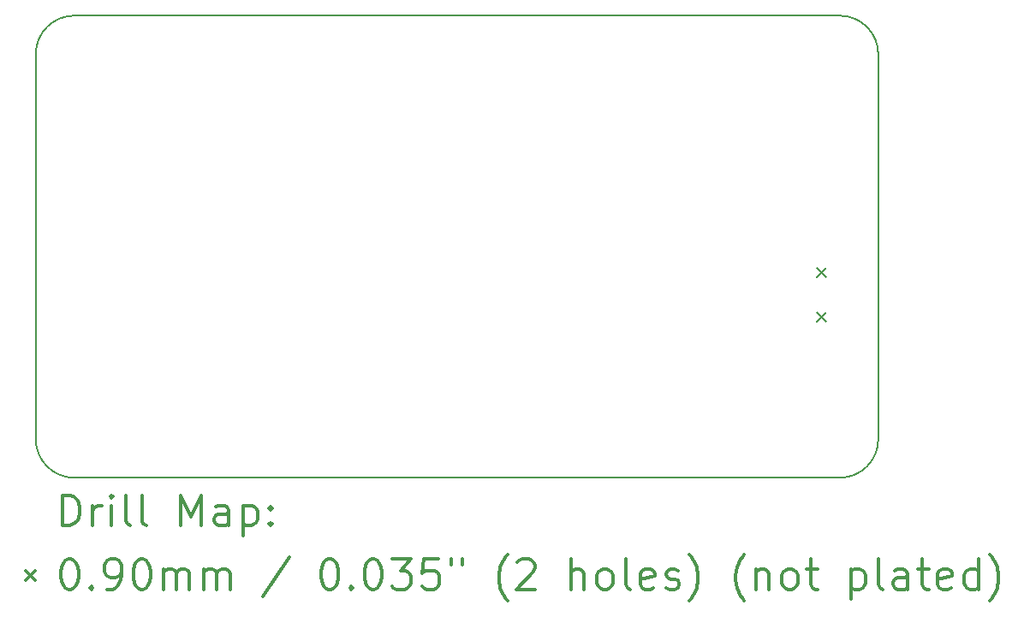
<source format=gbr>
%FSLAX45Y45*%
G04 Gerber Fmt 4.5, Leading zero omitted, Abs format (unit mm)*
G04 Created by KiCad (PCBNEW 4.0.4-stable) date 11/24/16 17:28:45*
%MOMM*%
%LPD*%
G01*
G04 APERTURE LIST*
%ADD10C,0.127000*%
%ADD11C,0.150000*%
%ADD12C,0.200000*%
%ADD13C,0.300000*%
G04 APERTURE END LIST*
D10*
D11*
X18821400Y-8001000D02*
G75*
G03X18440400Y-7620000I-381000J0D01*
G01*
X18440400Y-12192000D02*
G75*
G03X18821400Y-11811000I0J381000D01*
G01*
X10490200Y-11811000D02*
G75*
G03X10871200Y-12192000I381000J0D01*
G01*
X10871200Y-7620000D02*
G75*
G03X10490200Y-8001000I0J-381000D01*
G01*
X10490200Y-11836400D02*
X10490200Y-7975600D01*
X18821400Y-11811000D02*
X18821400Y-11430000D01*
X10871200Y-12192000D02*
X18440400Y-12192000D01*
X18440400Y-7620000D02*
X10845800Y-7620000D01*
X18821400Y-11430000D02*
X18821400Y-7975600D01*
D12*
X18217642Y-10115042D02*
X18307558Y-10204958D01*
X18307558Y-10115042D02*
X18217642Y-10204958D01*
X18217642Y-10554970D02*
X18307558Y-10644886D01*
X18307558Y-10554970D02*
X18217642Y-10644886D01*
D13*
X10754129Y-12665214D02*
X10754129Y-12365214D01*
X10825557Y-12365214D01*
X10868414Y-12379500D01*
X10896986Y-12408071D01*
X10911271Y-12436643D01*
X10925557Y-12493786D01*
X10925557Y-12536643D01*
X10911271Y-12593786D01*
X10896986Y-12622357D01*
X10868414Y-12650929D01*
X10825557Y-12665214D01*
X10754129Y-12665214D01*
X11054129Y-12665214D02*
X11054129Y-12465214D01*
X11054129Y-12522357D02*
X11068414Y-12493786D01*
X11082700Y-12479500D01*
X11111271Y-12465214D01*
X11139843Y-12465214D01*
X11239843Y-12665214D02*
X11239843Y-12465214D01*
X11239843Y-12365214D02*
X11225557Y-12379500D01*
X11239843Y-12393786D01*
X11254128Y-12379500D01*
X11239843Y-12365214D01*
X11239843Y-12393786D01*
X11425557Y-12665214D02*
X11396986Y-12650929D01*
X11382700Y-12622357D01*
X11382700Y-12365214D01*
X11582700Y-12665214D02*
X11554128Y-12650929D01*
X11539843Y-12622357D01*
X11539843Y-12365214D01*
X11925557Y-12665214D02*
X11925557Y-12365214D01*
X12025557Y-12579500D01*
X12125557Y-12365214D01*
X12125557Y-12665214D01*
X12396986Y-12665214D02*
X12396986Y-12508071D01*
X12382700Y-12479500D01*
X12354128Y-12465214D01*
X12296986Y-12465214D01*
X12268414Y-12479500D01*
X12396986Y-12650929D02*
X12368414Y-12665214D01*
X12296986Y-12665214D01*
X12268414Y-12650929D01*
X12254128Y-12622357D01*
X12254128Y-12593786D01*
X12268414Y-12565214D01*
X12296986Y-12550929D01*
X12368414Y-12550929D01*
X12396986Y-12536643D01*
X12539843Y-12465214D02*
X12539843Y-12765214D01*
X12539843Y-12479500D02*
X12568414Y-12465214D01*
X12625557Y-12465214D01*
X12654128Y-12479500D01*
X12668414Y-12493786D01*
X12682700Y-12522357D01*
X12682700Y-12608071D01*
X12668414Y-12636643D01*
X12654128Y-12650929D01*
X12625557Y-12665214D01*
X12568414Y-12665214D01*
X12539843Y-12650929D01*
X12811271Y-12636643D02*
X12825557Y-12650929D01*
X12811271Y-12665214D01*
X12796986Y-12650929D01*
X12811271Y-12636643D01*
X12811271Y-12665214D01*
X12811271Y-12479500D02*
X12825557Y-12493786D01*
X12811271Y-12508071D01*
X12796986Y-12493786D01*
X12811271Y-12479500D01*
X12811271Y-12508071D01*
X10392784Y-13114542D02*
X10482700Y-13204458D01*
X10482700Y-13114542D02*
X10392784Y-13204458D01*
X10811271Y-12995214D02*
X10839843Y-12995214D01*
X10868414Y-13009500D01*
X10882700Y-13023786D01*
X10896986Y-13052357D01*
X10911271Y-13109500D01*
X10911271Y-13180929D01*
X10896986Y-13238071D01*
X10882700Y-13266643D01*
X10868414Y-13280929D01*
X10839843Y-13295214D01*
X10811271Y-13295214D01*
X10782700Y-13280929D01*
X10768414Y-13266643D01*
X10754129Y-13238071D01*
X10739843Y-13180929D01*
X10739843Y-13109500D01*
X10754129Y-13052357D01*
X10768414Y-13023786D01*
X10782700Y-13009500D01*
X10811271Y-12995214D01*
X11039843Y-13266643D02*
X11054129Y-13280929D01*
X11039843Y-13295214D01*
X11025557Y-13280929D01*
X11039843Y-13266643D01*
X11039843Y-13295214D01*
X11196986Y-13295214D02*
X11254128Y-13295214D01*
X11282700Y-13280929D01*
X11296986Y-13266643D01*
X11325557Y-13223786D01*
X11339843Y-13166643D01*
X11339843Y-13052357D01*
X11325557Y-13023786D01*
X11311271Y-13009500D01*
X11282700Y-12995214D01*
X11225557Y-12995214D01*
X11196986Y-13009500D01*
X11182700Y-13023786D01*
X11168414Y-13052357D01*
X11168414Y-13123786D01*
X11182700Y-13152357D01*
X11196986Y-13166643D01*
X11225557Y-13180929D01*
X11282700Y-13180929D01*
X11311271Y-13166643D01*
X11325557Y-13152357D01*
X11339843Y-13123786D01*
X11525557Y-12995214D02*
X11554128Y-12995214D01*
X11582700Y-13009500D01*
X11596986Y-13023786D01*
X11611271Y-13052357D01*
X11625557Y-13109500D01*
X11625557Y-13180929D01*
X11611271Y-13238071D01*
X11596986Y-13266643D01*
X11582700Y-13280929D01*
X11554128Y-13295214D01*
X11525557Y-13295214D01*
X11496986Y-13280929D01*
X11482700Y-13266643D01*
X11468414Y-13238071D01*
X11454128Y-13180929D01*
X11454128Y-13109500D01*
X11468414Y-13052357D01*
X11482700Y-13023786D01*
X11496986Y-13009500D01*
X11525557Y-12995214D01*
X11754128Y-13295214D02*
X11754128Y-13095214D01*
X11754128Y-13123786D02*
X11768414Y-13109500D01*
X11796986Y-13095214D01*
X11839843Y-13095214D01*
X11868414Y-13109500D01*
X11882700Y-13138071D01*
X11882700Y-13295214D01*
X11882700Y-13138071D02*
X11896986Y-13109500D01*
X11925557Y-13095214D01*
X11968414Y-13095214D01*
X11996986Y-13109500D01*
X12011271Y-13138071D01*
X12011271Y-13295214D01*
X12154128Y-13295214D02*
X12154128Y-13095214D01*
X12154128Y-13123786D02*
X12168414Y-13109500D01*
X12196986Y-13095214D01*
X12239843Y-13095214D01*
X12268414Y-13109500D01*
X12282700Y-13138071D01*
X12282700Y-13295214D01*
X12282700Y-13138071D02*
X12296986Y-13109500D01*
X12325557Y-13095214D01*
X12368414Y-13095214D01*
X12396986Y-13109500D01*
X12411271Y-13138071D01*
X12411271Y-13295214D01*
X12996986Y-12980929D02*
X12739843Y-13366643D01*
X13382700Y-12995214D02*
X13411271Y-12995214D01*
X13439843Y-13009500D01*
X13454128Y-13023786D01*
X13468414Y-13052357D01*
X13482700Y-13109500D01*
X13482700Y-13180929D01*
X13468414Y-13238071D01*
X13454128Y-13266643D01*
X13439843Y-13280929D01*
X13411271Y-13295214D01*
X13382700Y-13295214D01*
X13354128Y-13280929D01*
X13339843Y-13266643D01*
X13325557Y-13238071D01*
X13311271Y-13180929D01*
X13311271Y-13109500D01*
X13325557Y-13052357D01*
X13339843Y-13023786D01*
X13354128Y-13009500D01*
X13382700Y-12995214D01*
X13611271Y-13266643D02*
X13625557Y-13280929D01*
X13611271Y-13295214D01*
X13596986Y-13280929D01*
X13611271Y-13266643D01*
X13611271Y-13295214D01*
X13811271Y-12995214D02*
X13839843Y-12995214D01*
X13868414Y-13009500D01*
X13882700Y-13023786D01*
X13896985Y-13052357D01*
X13911271Y-13109500D01*
X13911271Y-13180929D01*
X13896985Y-13238071D01*
X13882700Y-13266643D01*
X13868414Y-13280929D01*
X13839843Y-13295214D01*
X13811271Y-13295214D01*
X13782700Y-13280929D01*
X13768414Y-13266643D01*
X13754128Y-13238071D01*
X13739843Y-13180929D01*
X13739843Y-13109500D01*
X13754128Y-13052357D01*
X13768414Y-13023786D01*
X13782700Y-13009500D01*
X13811271Y-12995214D01*
X14011271Y-12995214D02*
X14196985Y-12995214D01*
X14096985Y-13109500D01*
X14139843Y-13109500D01*
X14168414Y-13123786D01*
X14182700Y-13138071D01*
X14196985Y-13166643D01*
X14196985Y-13238071D01*
X14182700Y-13266643D01*
X14168414Y-13280929D01*
X14139843Y-13295214D01*
X14054128Y-13295214D01*
X14025557Y-13280929D01*
X14011271Y-13266643D01*
X14468414Y-12995214D02*
X14325557Y-12995214D01*
X14311271Y-13138071D01*
X14325557Y-13123786D01*
X14354128Y-13109500D01*
X14425557Y-13109500D01*
X14454128Y-13123786D01*
X14468414Y-13138071D01*
X14482700Y-13166643D01*
X14482700Y-13238071D01*
X14468414Y-13266643D01*
X14454128Y-13280929D01*
X14425557Y-13295214D01*
X14354128Y-13295214D01*
X14325557Y-13280929D01*
X14311271Y-13266643D01*
X14596986Y-12995214D02*
X14596986Y-13052357D01*
X14711271Y-12995214D02*
X14711271Y-13052357D01*
X15154128Y-13409500D02*
X15139843Y-13395214D01*
X15111271Y-13352357D01*
X15096985Y-13323786D01*
X15082700Y-13280929D01*
X15068414Y-13209500D01*
X15068414Y-13152357D01*
X15082700Y-13080929D01*
X15096985Y-13038071D01*
X15111271Y-13009500D01*
X15139843Y-12966643D01*
X15154128Y-12952357D01*
X15254128Y-13023786D02*
X15268414Y-13009500D01*
X15296985Y-12995214D01*
X15368414Y-12995214D01*
X15396985Y-13009500D01*
X15411271Y-13023786D01*
X15425557Y-13052357D01*
X15425557Y-13080929D01*
X15411271Y-13123786D01*
X15239843Y-13295214D01*
X15425557Y-13295214D01*
X15782700Y-13295214D02*
X15782700Y-12995214D01*
X15911271Y-13295214D02*
X15911271Y-13138071D01*
X15896985Y-13109500D01*
X15868414Y-13095214D01*
X15825557Y-13095214D01*
X15796985Y-13109500D01*
X15782700Y-13123786D01*
X16096985Y-13295214D02*
X16068414Y-13280929D01*
X16054128Y-13266643D01*
X16039843Y-13238071D01*
X16039843Y-13152357D01*
X16054128Y-13123786D01*
X16068414Y-13109500D01*
X16096985Y-13095214D01*
X16139843Y-13095214D01*
X16168414Y-13109500D01*
X16182700Y-13123786D01*
X16196985Y-13152357D01*
X16196985Y-13238071D01*
X16182700Y-13266643D01*
X16168414Y-13280929D01*
X16139843Y-13295214D01*
X16096985Y-13295214D01*
X16368414Y-13295214D02*
X16339843Y-13280929D01*
X16325557Y-13252357D01*
X16325557Y-12995214D01*
X16596986Y-13280929D02*
X16568414Y-13295214D01*
X16511271Y-13295214D01*
X16482700Y-13280929D01*
X16468414Y-13252357D01*
X16468414Y-13138071D01*
X16482700Y-13109500D01*
X16511271Y-13095214D01*
X16568414Y-13095214D01*
X16596986Y-13109500D01*
X16611271Y-13138071D01*
X16611271Y-13166643D01*
X16468414Y-13195214D01*
X16725557Y-13280929D02*
X16754128Y-13295214D01*
X16811271Y-13295214D01*
X16839843Y-13280929D01*
X16854129Y-13252357D01*
X16854129Y-13238071D01*
X16839843Y-13209500D01*
X16811271Y-13195214D01*
X16768414Y-13195214D01*
X16739843Y-13180929D01*
X16725557Y-13152357D01*
X16725557Y-13138071D01*
X16739843Y-13109500D01*
X16768414Y-13095214D01*
X16811271Y-13095214D01*
X16839843Y-13109500D01*
X16954128Y-13409500D02*
X16968414Y-13395214D01*
X16996986Y-13352357D01*
X17011271Y-13323786D01*
X17025557Y-13280929D01*
X17039843Y-13209500D01*
X17039843Y-13152357D01*
X17025557Y-13080929D01*
X17011271Y-13038071D01*
X16996986Y-13009500D01*
X16968414Y-12966643D01*
X16954128Y-12952357D01*
X17496986Y-13409500D02*
X17482700Y-13395214D01*
X17454128Y-13352357D01*
X17439843Y-13323786D01*
X17425557Y-13280929D01*
X17411271Y-13209500D01*
X17411271Y-13152357D01*
X17425557Y-13080929D01*
X17439843Y-13038071D01*
X17454128Y-13009500D01*
X17482700Y-12966643D01*
X17496986Y-12952357D01*
X17611271Y-13095214D02*
X17611271Y-13295214D01*
X17611271Y-13123786D02*
X17625557Y-13109500D01*
X17654128Y-13095214D01*
X17696986Y-13095214D01*
X17725557Y-13109500D01*
X17739843Y-13138071D01*
X17739843Y-13295214D01*
X17925557Y-13295214D02*
X17896986Y-13280929D01*
X17882700Y-13266643D01*
X17868414Y-13238071D01*
X17868414Y-13152357D01*
X17882700Y-13123786D01*
X17896986Y-13109500D01*
X17925557Y-13095214D01*
X17968414Y-13095214D01*
X17996986Y-13109500D01*
X18011271Y-13123786D01*
X18025557Y-13152357D01*
X18025557Y-13238071D01*
X18011271Y-13266643D01*
X17996986Y-13280929D01*
X17968414Y-13295214D01*
X17925557Y-13295214D01*
X18111271Y-13095214D02*
X18225557Y-13095214D01*
X18154129Y-12995214D02*
X18154129Y-13252357D01*
X18168414Y-13280929D01*
X18196986Y-13295214D01*
X18225557Y-13295214D01*
X18554129Y-13095214D02*
X18554129Y-13395214D01*
X18554129Y-13109500D02*
X18582700Y-13095214D01*
X18639843Y-13095214D01*
X18668414Y-13109500D01*
X18682700Y-13123786D01*
X18696986Y-13152357D01*
X18696986Y-13238071D01*
X18682700Y-13266643D01*
X18668414Y-13280929D01*
X18639843Y-13295214D01*
X18582700Y-13295214D01*
X18554129Y-13280929D01*
X18868414Y-13295214D02*
X18839843Y-13280929D01*
X18825557Y-13252357D01*
X18825557Y-12995214D01*
X19111271Y-13295214D02*
X19111271Y-13138071D01*
X19096986Y-13109500D01*
X19068414Y-13095214D01*
X19011271Y-13095214D01*
X18982700Y-13109500D01*
X19111271Y-13280929D02*
X19082700Y-13295214D01*
X19011271Y-13295214D01*
X18982700Y-13280929D01*
X18968414Y-13252357D01*
X18968414Y-13223786D01*
X18982700Y-13195214D01*
X19011271Y-13180929D01*
X19082700Y-13180929D01*
X19111271Y-13166643D01*
X19211271Y-13095214D02*
X19325557Y-13095214D01*
X19254129Y-12995214D02*
X19254129Y-13252357D01*
X19268414Y-13280929D01*
X19296986Y-13295214D01*
X19325557Y-13295214D01*
X19539843Y-13280929D02*
X19511272Y-13295214D01*
X19454129Y-13295214D01*
X19425557Y-13280929D01*
X19411272Y-13252357D01*
X19411272Y-13138071D01*
X19425557Y-13109500D01*
X19454129Y-13095214D01*
X19511272Y-13095214D01*
X19539843Y-13109500D01*
X19554129Y-13138071D01*
X19554129Y-13166643D01*
X19411272Y-13195214D01*
X19811272Y-13295214D02*
X19811272Y-12995214D01*
X19811272Y-13280929D02*
X19782700Y-13295214D01*
X19725557Y-13295214D01*
X19696986Y-13280929D01*
X19682700Y-13266643D01*
X19668414Y-13238071D01*
X19668414Y-13152357D01*
X19682700Y-13123786D01*
X19696986Y-13109500D01*
X19725557Y-13095214D01*
X19782700Y-13095214D01*
X19811272Y-13109500D01*
X19925557Y-13409500D02*
X19939843Y-13395214D01*
X19968414Y-13352357D01*
X19982700Y-13323786D01*
X19996986Y-13280929D01*
X20011272Y-13209500D01*
X20011272Y-13152357D01*
X19996986Y-13080929D01*
X19982700Y-13038071D01*
X19968414Y-13009500D01*
X19939843Y-12966643D01*
X19925557Y-12952357D01*
M02*

</source>
